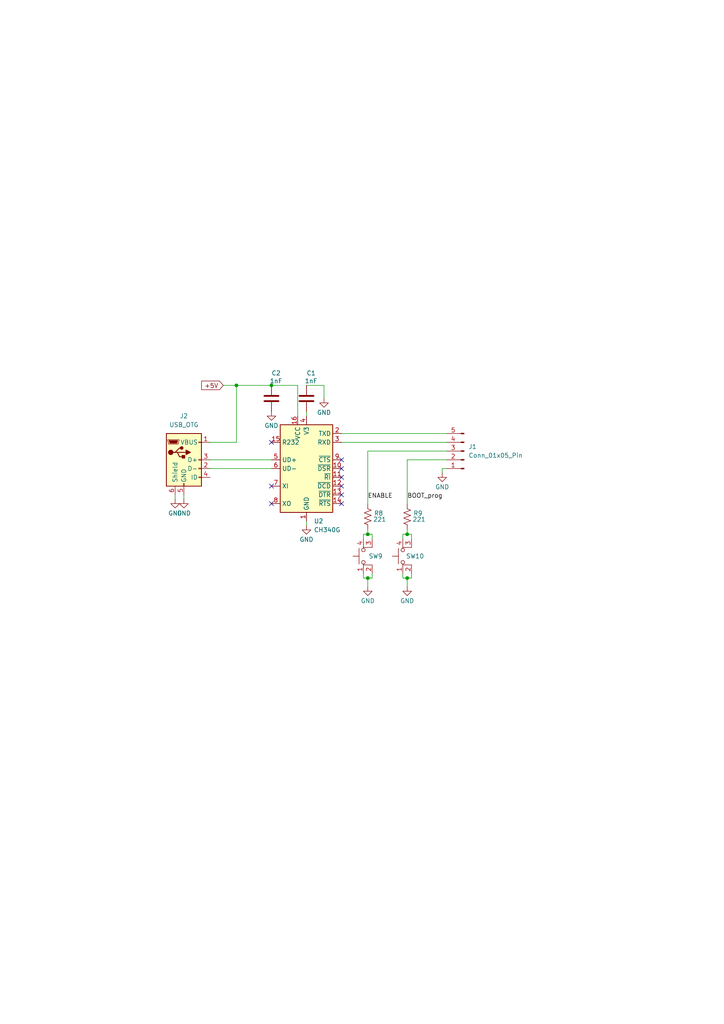
<source format=kicad_sch>
(kicad_sch (version 20250114) (generator "eeschema") (generator_version "9.0")
  (paper "A4" portrait)
  (title_block (title "Programador ESP32") (date "2025-07-27") (rev "LMC") (company "Grupo 5 - Variador de frecuencia LVDC") (comment 1 "(Resetear y poner en modo programación el microcontrolador)") (comment 2 "la carcaza para poder programar ") (comment 3 "Conectar un cable USB directo a la placa y que no sea necesario abrir completamente "))
  (lib_symbols
    (symbol "Connector:Conn_01x05_Pin" (pin_names (offset 1.016) (hide yes))
      (property "Reference" "J" (at 0 7.62 0))
      (property "Value" "Conn_01x05_Pin" (at 0 -7.62 0))
      (symbol "Conn_01x05_Pin_1_1"
        (rectangle (start 0.8636 5.207) (end 0 4.953) (stroke (width 0.1524)) (fill (type outline)))
        (rectangle (start 0.8636 2.667) (end 0 2.413) (stroke (width 0.1524)) (fill (type outline)))
        (rectangle (start 0.8636 0.127) (end 0 -0.127) (stroke (width 0.1524)) (fill (type outline)))
        (rectangle (start 0.8636 -2.413) (end 0 -2.667) (stroke (width 0.1524)) (fill (type outline)))
        (rectangle (start 0.8636 -4.953) (end 0 -5.207) (stroke (width 0.1524)) (fill (type outline)))
        (polyline (pts (xy 1.27 5.08) (xy 0.8636 5.08)) (stroke (width 0.1524)))
        (polyline (pts (xy 1.27 2.54) (xy 0.8636 2.54)) (stroke (width 0.1524)))
        (polyline (pts (xy 1.27 0) (xy 0.8636 0)) (stroke (width 0.1524)))
        (polyline (pts (xy 1.27 -2.54) (xy 0.8636 -2.54)) (stroke (width 0.1524)))
        (polyline (pts (xy 1.27 -5.08) (xy 0.8636 -5.08)) (stroke (width 0.1524)))
        (pin passive line (at 5.08 5.08 180) (length 3.81) (name "Pin_1") (number "1"))
        (pin passive line (at 5.08 2.54 180) (length 3.81) (name "Pin_2") (number "2"))
        (pin passive line (at 5.08 0 180) (length 3.81) (name "Pin_3") (number "3"))
        (pin passive line (at 5.08 -2.54 180) (length 3.81) (name "Pin_4") (number "4"))
        (pin passive line (at 5.08 -5.08 180) (length 3.81) (name "Pin_5") (number "5"))
      )
    )
    (symbol "Connector:USB_OTG" (pin_names (offset 1.016))
      (property "Reference" "J" (at -5.08 11.43 0))
      (property "Value" "USB_OTG" (at -5.08 8.89 0))
      (symbol "USB_OTG_0_1"
        (rectangle (start -5.08 -7.62) (end 5.08 7.62) (stroke (width 0.254)) (fill (type background)))
        (polyline (pts (xy -4.699 5.842) (xy -4.699 5.588) (xy -4.445 4.826) (xy -4.445 4.572) (xy -1.651 4.572) (xy -1.651 4.826) (xy -1.397 5.588) (xy -1.397 5.842) (xy -4.699 5.842)))
        (polyline (pts (xy -4.318 5.588) (xy -1.778 5.588) (xy -2.032 4.826) (xy -4.064 4.826) (xy -4.318 5.588)) (fill (type outline)))
        (circle (center -3.81 2.159) (radius 0.635) (stroke (width 0.254)) (fill (type outline)))
        (polyline (pts (xy -3.175 2.159) (xy -2.54 2.159) (xy -1.27 3.429) (xy -0.635 3.429)) (stroke (width 0.254)))
        (polyline (pts (xy -2.54 2.159) (xy -1.905 2.159) (xy -1.27 0.889) (xy 0 0.889)) (stroke (width 0.254)))
        (polyline (pts (xy -1.905 2.159) (xy 0.635 2.159)) (stroke (width 0.254)))
        (circle (center -0.635 3.429) (radius 0.381) (stroke (width 0.254)) (fill (type outline)))
        (rectangle (start -0.127 -7.62) (end 0.127 -6.858))
        (rectangle (start 0.254 1.27) (end -0.508 0.508) (stroke (width 0.254)) (fill (type outline)))
        (polyline (pts (xy 0.635 2.794) (xy 0.635 1.524) (xy 1.905 2.159) (xy 0.635 2.794)) (stroke (width 0.254)) (fill (type outline)))
        (rectangle (start 5.08 4.953) (end 4.318 5.207))
        (rectangle (start 5.08 -0.127) (end 4.318 0.127))
        (rectangle (start 5.08 -2.667) (end 4.318 -2.413))
        (rectangle (start 5.08 -5.207) (end 4.318 -4.953))
      )
      (symbol "USB_OTG_1_1"
        (pin passive line (at -2.54 -10.16 90) (length 2.54) (name "Shield") (number "6"))
        (pin passive line (at 0 -10.16 90) (length 2.54) (name "GND") (number "5"))
        (pin passive line (at 7.62 5.08 180) (length 2.54) (name "VBUS") (number "1"))
        (pin bidirectional line (at 7.62 0 180) (length 2.54) (name "D+") (number "3"))
        (pin bidirectional line (at 7.62 -2.54 180) (length 2.54) (name "D-") (number "2"))
        (pin passive line (at 7.62 -5.08 180) (length 2.54) (name "ID") (number "4"))
      )
    )
    (symbol "Device:C" (pin_numbers (hide yes)) (pin_names (offset 0.254))
      (property "Reference" "C" (at 0.635 2.54 0))
      (property "Value" "C" (at 0.635 -2.54 0))
      (symbol "C_0_1"
        (polyline (pts (xy -2.032 0.762) (xy 2.032 0.762)) (stroke (width 0.508)))
        (polyline (pts (xy -2.032 -0.762) (xy 2.032 -0.762)) (stroke (width 0.508)))
      )
      (symbol "C_1_1"
        (pin passive line (at 0 3.81 270) (length 2.794) (name "~") (number "1"))
        (pin passive line (at 0 -3.81 90) (length 2.794) (name "~") (number "2"))
      )
    )
    (symbol "Device:R_US" (pin_numbers (hide yes)) (pin_names (offset 0))
      (property "Reference" "R" (at 2.54 0 90))
      (property "Value" "R_US" (at -2.54 0 90))
      (symbol "R_US_0_1"
        (polyline (pts (xy 0 2.286) (xy 0 2.54)))
        (polyline (pts (xy 0 2.286) (xy 1.016 1.905) (xy 0 1.524) (xy -1.016 1.143) (xy 0 0.762)))
        (polyline (pts (xy 0 0.762) (xy 1.016 0.381) (xy 0 0) (xy -1.016 -0.381) (xy 0 -0.762)))
        (polyline (pts (xy 0 -0.762) (xy 1.016 -1.143) (xy 0 -1.524) (xy -1.016 -1.905) (xy 0 -2.286)))
        (polyline (pts (xy 0 -2.286) (xy 0 -2.54)))
      )
      (symbol "R_US_1_1"
        (pin passive line (at 0 3.81 270) (length 1.27) (name "~") (number "1"))
        (pin passive line (at 0 -3.81 90) (length 1.27) (name "~") (number "2"))
      )
    )
    (symbol "Interface_USB:CH340G"
      (property "Reference" "U" (at -5.08 13.97 0))
      (property "Value" "CH340G" (at 1.27 13.97 0))
      (symbol "CH340G_0_1"
        (rectangle (start -7.62 12.7) (end 7.62 -12.7) (stroke (width 0.254)) (fill (type background)))
      )
      (symbol "CH340G_1_1"
        (pin input line (at -10.16 7.62 0) (length 2.54) (name "R232") (number "15"))
        (pin bidirectional line (at -10.16 2.54 0) (length 2.54) (name "UD+") (number "5"))
        (pin bidirectional line (at -10.16 0 0) (length 2.54) (name "UD-") (number "6"))
        (pin input line (at -10.16 -5.08 0) (length 2.54) (name "XI") (number "7"))
        (pin output line (at -10.16 -10.16 0) (length 2.54) (name "XO") (number "8"))
        (pin power_in line (at -2.54 15.24 270) (length 2.54) (name "VCC") (number "16"))
        (pin power_out line (at 0 15.24 270) (length 2.54) (name "V3") (number "4"))
        (pin power_in line (at 0 -15.24 90) (length 2.54) (name "GND") (number "1"))
        (pin output line (at 10.16 10.16 180) (length 2.54) (name "TXD") (number "2"))
        (pin input line (at 10.16 7.62 180) (length 2.54) (name "RXD") (number "3"))
        (pin input line (at 10.16 2.54 180) (length 2.54) (name "~{CTS}") (number "9"))
        (pin input line (at 10.16 0 180) (length 2.54) (name "~{DSR}") (number "10"))
        (pin input line (at 10.16 -2.54 180) (length 2.54) (name "~{RI}") (number "11"))
        (pin input line (at 10.16 -5.08 180) (length 2.54) (name "~{DCD}") (number "12"))
        (pin output line (at 10.16 -7.62 180) (length 2.54) (name "~{DTR}") (number "13"))
        (pin output line (at 10.16 -10.16 180) (length 2.54) (name "~{RTS}") (number "14"))
      )
    )
    (symbol "Switch:SW_MEC_5E" (pin_names (offset 1.016) (hide yes))
      (property "Reference" "SW" (at 0.635 5.715 0))
      (property "Value" "SW_MEC_5E" (at 0 -3.175 0))
      (symbol "SW_MEC_5E_0_1"
        (polyline (pts (xy -2.54 0) (xy -2.54 2.54) (xy -2.286 2.54)))
        (polyline (pts (xy -2.286 3.81) (xy 2.286 3.81)))
        (circle (center -1.778 2.54) (radius 0.508))
        (polyline (pts (xy 0 3.81) (xy 0 5.588)))
        (circle (center 1.778 2.54) (radius 0.508))
        (polyline (pts (xy 2.54 0) (xy 2.54 2.54) (xy 2.286 2.54)))
        (pin passive line (at -5.08 2.54 0) (length 2.54) (name "1") (number "1"))
        (pin passive line (at -5.08 0 0) (length 2.54) (name "2") (number "2"))
        (pin passive line (at 5.08 2.54 180) (length 2.54) (name "A") (number "4"))
        (pin passive line (at 5.08 0 180) (length 2.54) (name "K") (number "3"))
      )
    )
    (symbol "power:GND" (power) (pin_numbers (hide yes)) (pin_names (offset 0) (hide yes))
      (property "Value" "GND" (at 0 -3.81 0))
      (symbol "GND_0_1"
        (polyline (pts (xy 0 0) (xy 0 -1.27) (xy 1.27 -1.27) (xy 0 -2.54) (xy -1.27 -1.27) (xy 0 -1.27)))
      )
      (symbol "GND_1_1"
        (pin power_in line (at 0 0 270) (length 0) (name "~") (number "1"))
      )
    )
  )
  (junction (at 68.58 111.76))
  (junction (at 106.68 167.64))
  (junction (at 118.11 167.64))
  (junction (at 118.11 154.94))
  (junction (at 78.74 111.76))
  (junction (at 106.68 154.94))
  (no_connect (at 99.06 133.35))
  (no_connect (at 99.06 135.89))
  (no_connect (at 99.06 138.43))
  (no_connect (at 99.06 146.05))
  (no_connect (at 78.74 128.27))
  (no_connect (at 78.74 140.97))
  (no_connect (at 99.06 140.97))
  (no_connect (at 99.06 143.51))
  (no_connect (at 78.74 146.05))
  (wire (pts (xy 93.98 111.76) (xy 93.98 115.57)))
  (wire (pts (xy 128.27 135.89) (xy 129.54 135.89)))
  (wire (pts (xy 119.38 167.64) (xy 119.38 166.37)))
  (wire (pts (xy 106.68 167.64) (xy 106.68 170.18)))
  (wire (pts (xy 88.9 151.13) (xy 88.9 152.4)))
  (wire (pts (xy 64.77 111.76) (xy 68.58 111.76)))
  (wire (pts (xy 106.68 154.94) (xy 107.95 154.94)))
  (wire (pts (xy 128.27 137.16) (xy 128.27 135.89)))
  (wire (pts (xy 107.95 167.64) (xy 107.95 166.37)))
  (wire (pts (xy 86.36 111.76) (xy 86.36 120.65)))
  (wire (pts (xy 99.06 128.27) (xy 129.54 128.27)))
  (wire (pts (xy 105.41 154.94) (xy 105.41 156.21)))
  (wire (pts (xy 99.06 125.73) (xy 129.54 125.73)))
  (wire (pts (xy 118.11 153.67) (xy 118.11 154.94)))
  (wire (pts (xy 60.96 133.35) (xy 78.74 133.35)))
  (wire (pts (xy 119.38 156.21) (xy 119.38 154.94)))
  (wire (pts (xy 106.68 153.67) (xy 106.68 154.94)))
  (wire (pts (xy 118.11 167.64) (xy 118.11 170.18)))
  (wire (pts (xy 116.84 154.94) (xy 118.11 154.94)))
  (wire (pts (xy 105.41 154.94) (xy 106.68 154.94)))
  (wire (pts (xy 116.84 167.64) (xy 116.84 166.37)))
  (wire (pts (xy 88.9 119.38) (xy 88.9 120.65)))
  (wire (pts (xy 118.11 133.35) (xy 118.11 146.05)))
  (wire (pts (xy 53.34 143.51) (xy 53.34 144.78)))
  (wire (pts (xy 118.11 133.35) (xy 129.54 133.35)))
  (wire (pts (xy 106.68 130.81) (xy 106.68 146.05)))
  (wire (pts (xy 118.11 154.94) (xy 119.38 154.94)))
  (wire (pts (xy 107.95 156.21) (xy 107.95 154.94)))
  (wire (pts (xy 116.84 167.64) (xy 118.11 167.64)))
  (wire (pts (xy 106.68 130.81) (xy 129.54 130.81)))
  (wire (pts (xy 116.84 154.94) (xy 116.84 156.21)))
  (wire (pts (xy 68.58 111.76) (xy 68.58 128.27)))
  (wire (pts (xy 60.96 135.89) (xy 78.74 135.89)))
  (wire (pts (xy 105.41 167.64) (xy 106.68 167.64)))
  (wire (pts (xy 118.11 167.64) (xy 119.38 167.64)))
  (wire (pts (xy 60.96 128.27) (xy 68.58 128.27)))
  (wire (pts (xy 105.41 167.64) (xy 105.41 166.37)))
  (wire (pts (xy 106.68 167.64) (xy 107.95 167.64)))
  (wire (pts (xy 50.8 143.51) (xy 50.8 144.78)))
  (wire (pts (xy 68.58 111.76) (xy 78.74 111.76)))
  (wire (pts (xy 88.9 111.76) (xy 93.98 111.76)))
  (wire (pts (xy 78.74 111.76) (xy 86.36 111.76)))
  (label "ENABLE" (at 106.68 144.78 0))
  (label "BOOT_prog" (at 118.11 144.78 0))
  (global_label "+5V" (shape input) (at 64.77 111.76 180) (property "Intersheetrefs" "${INTERSHEET_REFS}" (effects (hide yes))))
  (symbol (lib_id "Device:C") (at 88.9 115.57 0) (unit 1)
    (property "Reference" "C1" (at 88.9 108.204 0) (effects (justify left)))
    (property "Value" "1nF" (at 88.392 110.49 0) (effects (justify left)))
    (property "Footprint" "Capacitor_SMD:C_0603_1608Metric" (effects (hide yes)))
    (property "Datasheet" "https://ar.mouser.com/datasheet/2/447/UPY_GPHC_X7R_6_3V_to_250V_24-3441574.pdf" (effects (hide yes)))
    (property "Description" "Unpolarized capacitor" (effects (hide yes)))
    (property "Price" "0.1" (effects (hide yes)))
    (property "currier" "https://ar.mouser.com/ProductDetail/YAGEO/CC0603KRX7R7BB102?qs=57cj7OiSijmXnT43qo9O6Q%3D%3D" (effects (hide yes)))
  )
  (symbol (lib_id "power:GND") (at 88.9 152.4 0) (unit 1)
    (property "Reference" "#PWR02" (effects (hide yes)))
    (property "Value" "GND" (at 88.9 156.464 0))
    (property "Description" "Power symbol creates a global label with name \"GND\" , ground" (effects (hide yes)))
  )
  (symbol (lib_id "power:GND") (at 106.68 170.18 0) (unit 1)
    (property "Reference" "#PWR05" (effects (hide yes)))
    (property "Value" "GND" (at 106.68 174.244 0))
    (property "Description" "Power symbol creates a global label with name \"GND\" , ground" (effects (hide yes)))
  )
  (symbol (lib_id "power:GND") (at 50.8 144.78 0) (unit 1)
    (property "Reference" "#PWR03" (effects (hide yes)))
    (property "Value" "GND" (at 50.8 148.844 0))
    (property "Description" "Power symbol creates a global label with name \"GND\" , ground" (effects (hide yes)))
  )
  (symbol (lib_id "power:GND") (at 118.11 170.18 0) (unit 1)
    (property "Reference" "#PWR015" (effects (hide yes)))
    (property "Value" "GND" (at 118.11 174.244 0))
    (property "Description" "Power symbol creates a global label with name \"GND\" , ground" (effects (hide yes)))
  )
  (symbol (lib_id "Device:R_US") (at 118.11 149.86 0) (unit 1)
    (property "Reference" "R9" (at 119.888 148.844 0) (effects (justify left)))
    (property "Value" "221" (at 119.634 150.622 0) (effects (justify left)))
    (property "Footprint" "https://ar.mouser.com/datasheet/2/447/PYu_RT_1_to_0_01_RoHS_L_15-3461507.pdf" (effects (hide yes)))
    (property "Datasheet" "https://ar.mouser.com/ProductDetail/YAGEO/RT0603FRE13221RL?qs=MtlCyZYcfxfqfcRFJcuE6A%3D%3D" (effects (hide yes)))
    (property "Description" "Resistor, US symbol" (effects (hide yes)))
  )
  (symbol (lib_id "power:GND") (at 128.27 137.16 0) (unit 1)
    (property "Reference" "#PWR07" (effects (hide yes)))
    (property "Value" "GND" (at 128.27 141.224 0))
    (property "Description" "Power symbol creates a global label with name \"GND\" , ground" (effects (hide yes)))
  )
  (symbol (lib_id "Device:R_US") (at 106.68 149.86 0) (unit 1)
    (property "Reference" "R8" (at 108.458 148.844 0) (effects (justify left)))
    (property "Value" "221" (at 108.204 150.622 0) (effects (justify left)))
    (property "Footprint" "https://ar.mouser.com/datasheet/2/447/PYu_RT_1_to_0_01_RoHS_L_15-3461507.pdf" (effects (hide yes)))
    (property "Datasheet" "https://ar.mouser.com/ProductDetail/YAGEO/RT0603FRE13221RL?qs=MtlCyZYcfxfqfcRFJcuE6A%3D%3D" (effects (hide yes)))
    (property "Description" "Resistor, US symbol" (effects (hide yes)))
  )
  (symbol (lib_id "Connector:USB_OTG") (at 53.34 133.35 0) (unit 1)
    (property "Reference" "J2" (at 53.34 120.65 0))
    (property "Value" "USB_OTG" (at 53.34 123.19 0))
    (property "Footprint" "Connector_USB:USB_Mini-B_Tensility_54-00023_Vertical" (effects (hide yes)))
    (property "Datasheet" "https://www.molex.com/en-us/products/part-detail-pdf/5022370517?display=pdf" (effects (hide yes)))
    (property "Description" "USB mini/micro connector" (effects (hide yes)))
    (property "Currier" "https://ar.mouser.com/ProductDetail/538-502237-0517" (effects (hide yes)))
  )
  (symbol (lib_id "Device:C") (at 78.74 115.57 0) (unit 1)
    (property "Reference" "C2" (at 78.74 108.204 0) (effects (justify left)))
    (property "Value" "1nF" (at 78.232 110.49 0) (effects (justify left)))
    (property "Footprint" "Capacitor_SMD:C_0603_1608Metric" (effects (hide yes)))
    (property "Datasheet" "https://ar.mouser.com/datasheet/2/447/UPY_GPHC_X7R_6_3V_to_250V_24-3441574.pdf" (effects (hide yes)))
    (property "Description" "Unpolarized capacitor" (effects (hide yes)))
    (property "Price" "0.1" (effects (hide yes)))
    (property "currier" "https://ar.mouser.com/ProductDetail/YAGEO/CC0603KRX7R7BB102?qs=57cj7OiSijmXnT43qo9O6Q%3D%3D" (effects (hide yes)))
  )
  (symbol (lib_id "power:GND") (at 93.98 115.57 0) (unit 1)
    (property "Reference" "#PWR04" (effects (hide yes)))
    (property "Value" "GND" (at 93.98 119.634 0))
    (property "Description" "Power symbol creates a global label with name \"GND\" , ground" (effects (hide yes)))
  )
  (symbol (lib_id "Switch:SW_MEC_5E") (at 119.38 161.29 90) (unit 1)
    (property "Reference" "SW10" (at 120.396 161.29 90))
    (property "Value" "SW_MEC_5E" (effects (hide yes)))
    (property "Footprint" "Button_Switch_SMD:SW_MEC_5GSH9" (effects (hide yes)))
    (property "Datasheet" "https://ar.mouser.com/datasheet/2/1628/ts34-3555519.pdf" (effects (hide yes)))
    (property "Description" "MEC 5E single pole normally-open tactile switch" (effects (hide yes)))
    (property "Price" "0.29" (effects (hide yes)))
    (property "currier" "https://ar.mouser.com/ProductDetail/Same-Sky/TS34-62-35-BK-100-SMT-TR?qs=efUn273yAhdTNfYlp2kkeg%3D%3D" (effects (hide yes)))
  )
  (symbol (lib_id "Interface_USB:CH340G") (at 88.9 135.89 0) (unit 1)
    (property "Reference" "U2" (at 91.0433 151.13 0) (effects (justify left)))
    (property "Value" "CH340G" (at 91.0433 153.67 0) (effects (justify left)))
    (property "Footprint" "Package_SO:SOIC-16_3.9x9.9mm_P1.27mm" (effects (hide yes)))
    (property "Datasheet" "https://ar.mouser.com/datasheet/2/1398/Soldered_101918_ch340c_usb_uart_converter_3532550-3599819.pdf" (effects (hide yes)))
    (property "Description" "USB serial converter, UART, SOIC-16" (effects (hide yes)))
    (property "Currier" "https://ar.mouser.com/ProductDetail/392-101918" (effects (hide yes)))
  )
  (symbol (lib_id "power:GND") (at 53.34 144.78 0) (unit 1)
    (property "Reference" "#PWR01" (effects (hide yes)))
    (property "Value" "GND" (at 53.34 148.844 0))
    (property "Description" "Power symbol creates a global label with name \"GND\" , ground" (effects (hide yes)))
  )
  (symbol (lib_id "Connector:Conn_01x05_Pin") (at 134.62 130.81 180) (unit 1)
    (property "Reference" "J1" (at 135.89 129.5399 0) (effects (justify right)))
    (property "Value" "Conn_01x05_Pin" (at 135.89 132.0799 0) (effects (justify right)))
    (property "Footprint" "Connector_PinHeader_2.00mm:PinHeader_1x05_P2.00mm_Vertical_SMD_Pin1Right" (effects (hide yes)))
    (property "Description" "Generic connector, single row, 01x05, script generated" (effects (hide yes)))
  )
  (symbol (lib_id "Switch:SW_MEC_5E") (at 107.95 161.29 90) (unit 1)
    (property "Reference" "SW9" (at 108.966 161.29 90))
    (property "Value" "SW_MEC_5E" (effects (hide yes)))
    (property "Footprint" "Button_Switch_SMD:SW_MEC_5GSH9" (effects (hide yes)))
    (property "Datasheet" "https://ar.mouser.com/datasheet/2/1628/ts34-3555519.pdf" (effects (hide yes)))
    (property "Description" "MEC 5E single pole normally-open tactile switch" (effects (hide yes)))
    (property "Price" "0.29" (effects (hide yes)))
    (property "currier" "https://ar.mouser.com/ProductDetail/Same-Sky/TS34-62-35-BK-100-SMT-TR?qs=efUn273yAhdTNfYlp2kkeg%3D%3D" (effects (hide yes)))
  )
  (symbol (lib_id "power:GND") (at 78.74 119.38 0) (unit 1)
    (property "Reference" "#PWR06" (effects (hide yes)))
    (property "Value" "GND" (at 78.74 123.444 0))
    (property "Description" "Power symbol creates a global label with name \"GND\" , ground" (effects (hide yes)))
  )
)
</source>
